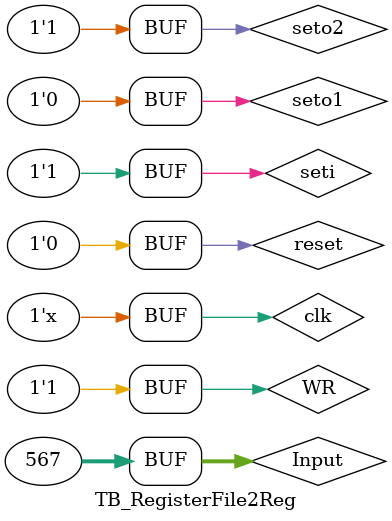
<source format=v>
module TB_RegisterFile2Reg();
reg [31:0]Input;
reg seti,seto1,seto2;
reg WR,reset,clk;
wire [31:0] Output1,Output2;

RegisterFile2Reg DUT1 (.Input(Input),.seti(seti),.seto1(seto1),.seto2(seto2),.WR(WR),.reset(reset),.clk(clk),.Output1(Output1),.Output2(Output2));
initial begin

Input = 32'd567;
clk = 1'b1;
reset = 1'b1;
WR=1'b0;seti=1'b0;seto1=1'b0;seto2=1'b1;
#50;

reset = 1'b0;
#50;
    WR=1'b0;seti=1'b0;seto1=1'b0;seto2=1'b1;
#50 WR=1'b0;seti=1'b1;seto1=1'b0;seto2=1'b1;
#50 WR=1'b1;seti=1'b0;seto1=1'b0;seto2=1'b1;
#50 WR=1'b1;seti=1'b1;seto1=1'b0;seto2=1'b1;

end

always #10 clk = ~clk;
endmodule
</source>
